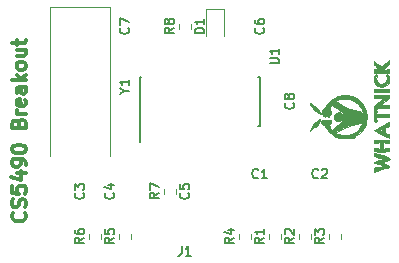
<source format=gto>
G04 #@! TF.GenerationSoftware,KiCad,Pcbnew,(2018-02-15 revision 29b28de31)-makepkg*
G04 #@! TF.CreationDate,2018-12-22T18:26:03+03:00*
G04 #@! TF.ProjectId,CS5490_Breakout,4353353439305F427265616B6F75742E,rev?*
G04 #@! TF.SameCoordinates,Original*
G04 #@! TF.FileFunction,Legend,Top*
G04 #@! TF.FilePolarity,Positive*
%FSLAX46Y46*%
G04 Gerber Fmt 4.6, Leading zero omitted, Abs format (unit mm)*
G04 Created by KiCad (PCBNEW (2018-02-15 revision 29b28de31)-makepkg) date 12/22/18 18:26:03*
%MOMM*%
%LPD*%
G01*
G04 APERTURE LIST*
%ADD10C,0.300000*%
%ADD11C,0.010000*%
%ADD12C,0.120000*%
%ADD13C,0.150000*%
%ADD14C,0.200000*%
G04 APERTURE END LIST*
D10*
X136318571Y-117375714D02*
X136375714Y-117432857D01*
X136432857Y-117604285D01*
X136432857Y-117718571D01*
X136375714Y-117890000D01*
X136261428Y-118004285D01*
X136147142Y-118061428D01*
X135918571Y-118118571D01*
X135747142Y-118118571D01*
X135518571Y-118061428D01*
X135404285Y-118004285D01*
X135290000Y-117890000D01*
X135232857Y-117718571D01*
X135232857Y-117604285D01*
X135290000Y-117432857D01*
X135347142Y-117375714D01*
X136375714Y-116918571D02*
X136432857Y-116747142D01*
X136432857Y-116461428D01*
X136375714Y-116347142D01*
X136318571Y-116290000D01*
X136204285Y-116232857D01*
X136090000Y-116232857D01*
X135975714Y-116290000D01*
X135918571Y-116347142D01*
X135861428Y-116461428D01*
X135804285Y-116690000D01*
X135747142Y-116804285D01*
X135690000Y-116861428D01*
X135575714Y-116918571D01*
X135461428Y-116918571D01*
X135347142Y-116861428D01*
X135290000Y-116804285D01*
X135232857Y-116690000D01*
X135232857Y-116404285D01*
X135290000Y-116232857D01*
X135232857Y-115147142D02*
X135232857Y-115718571D01*
X135804285Y-115775714D01*
X135747142Y-115718571D01*
X135690000Y-115604285D01*
X135690000Y-115318571D01*
X135747142Y-115204285D01*
X135804285Y-115147142D01*
X135918571Y-115090000D01*
X136204285Y-115090000D01*
X136318571Y-115147142D01*
X136375714Y-115204285D01*
X136432857Y-115318571D01*
X136432857Y-115604285D01*
X136375714Y-115718571D01*
X136318571Y-115775714D01*
X135632857Y-114061428D02*
X136432857Y-114061428D01*
X135175714Y-114347142D02*
X136032857Y-114632857D01*
X136032857Y-113890000D01*
X136432857Y-113375714D02*
X136432857Y-113147142D01*
X136375714Y-113032857D01*
X136318571Y-112975714D01*
X136147142Y-112861428D01*
X135918571Y-112804285D01*
X135461428Y-112804285D01*
X135347142Y-112861428D01*
X135290000Y-112918571D01*
X135232857Y-113032857D01*
X135232857Y-113261428D01*
X135290000Y-113375714D01*
X135347142Y-113432857D01*
X135461428Y-113490000D01*
X135747142Y-113490000D01*
X135861428Y-113432857D01*
X135918571Y-113375714D01*
X135975714Y-113261428D01*
X135975714Y-113032857D01*
X135918571Y-112918571D01*
X135861428Y-112861428D01*
X135747142Y-112804285D01*
X135232857Y-112061428D02*
X135232857Y-111947142D01*
X135290000Y-111832857D01*
X135347142Y-111775714D01*
X135461428Y-111718571D01*
X135690000Y-111661428D01*
X135975714Y-111661428D01*
X136204285Y-111718571D01*
X136318571Y-111775714D01*
X136375714Y-111832857D01*
X136432857Y-111947142D01*
X136432857Y-112061428D01*
X136375714Y-112175714D01*
X136318571Y-112232857D01*
X136204285Y-112290000D01*
X135975714Y-112347142D01*
X135690000Y-112347142D01*
X135461428Y-112290000D01*
X135347142Y-112232857D01*
X135290000Y-112175714D01*
X135232857Y-112061428D01*
X135804285Y-109832857D02*
X135861428Y-109661428D01*
X135918571Y-109604285D01*
X136032857Y-109547142D01*
X136204285Y-109547142D01*
X136318571Y-109604285D01*
X136375714Y-109661428D01*
X136432857Y-109775714D01*
X136432857Y-110232857D01*
X135232857Y-110232857D01*
X135232857Y-109832857D01*
X135290000Y-109718571D01*
X135347142Y-109661428D01*
X135461428Y-109604285D01*
X135575714Y-109604285D01*
X135690000Y-109661428D01*
X135747142Y-109718571D01*
X135804285Y-109832857D01*
X135804285Y-110232857D01*
X136432857Y-109032857D02*
X135632857Y-109032857D01*
X135861428Y-109032857D02*
X135747142Y-108975714D01*
X135690000Y-108918571D01*
X135632857Y-108804285D01*
X135632857Y-108690000D01*
X136375714Y-107832857D02*
X136432857Y-107947142D01*
X136432857Y-108175714D01*
X136375714Y-108290000D01*
X136261428Y-108347142D01*
X135804285Y-108347142D01*
X135690000Y-108290000D01*
X135632857Y-108175714D01*
X135632857Y-107947142D01*
X135690000Y-107832857D01*
X135804285Y-107775714D01*
X135918571Y-107775714D01*
X136032857Y-108347142D01*
X136432857Y-106747142D02*
X135804285Y-106747142D01*
X135690000Y-106804285D01*
X135632857Y-106918571D01*
X135632857Y-107147142D01*
X135690000Y-107261428D01*
X136375714Y-106747142D02*
X136432857Y-106861428D01*
X136432857Y-107147142D01*
X136375714Y-107261428D01*
X136261428Y-107318571D01*
X136147142Y-107318571D01*
X136032857Y-107261428D01*
X135975714Y-107147142D01*
X135975714Y-106861428D01*
X135918571Y-106747142D01*
X136432857Y-106175714D02*
X135232857Y-106175714D01*
X135975714Y-106061428D02*
X136432857Y-105718571D01*
X135632857Y-105718571D02*
X136090000Y-106175714D01*
X136432857Y-105032857D02*
X136375714Y-105147142D01*
X136318571Y-105204285D01*
X136204285Y-105261428D01*
X135861428Y-105261428D01*
X135747142Y-105204285D01*
X135690000Y-105147142D01*
X135632857Y-105032857D01*
X135632857Y-104861428D01*
X135690000Y-104747142D01*
X135747142Y-104690000D01*
X135861428Y-104632857D01*
X136204285Y-104632857D01*
X136318571Y-104690000D01*
X136375714Y-104747142D01*
X136432857Y-104861428D01*
X136432857Y-105032857D01*
X135632857Y-103604285D02*
X136432857Y-103604285D01*
X135632857Y-104118571D02*
X136261428Y-104118571D01*
X136375714Y-104061428D01*
X136432857Y-103947142D01*
X136432857Y-103775714D01*
X136375714Y-103661428D01*
X136318571Y-103604285D01*
X135632857Y-103204285D02*
X135632857Y-102747142D01*
X135232857Y-103032857D02*
X136261428Y-103032857D01*
X136375714Y-102975714D01*
X136432857Y-102861428D01*
X136432857Y-102747142D01*
D11*
G36*
X165880986Y-112359967D02*
X165962220Y-112347412D01*
X166004875Y-112358411D01*
X166131354Y-112393829D01*
X166341273Y-112451098D01*
X166595312Y-112519515D01*
X166671625Y-112539914D01*
X166973069Y-112632672D01*
X167149439Y-112718898D01*
X167202245Y-112802272D01*
X167133001Y-112886477D01*
X166943220Y-112975194D01*
X166862125Y-113003532D01*
X166528750Y-113114270D01*
X166846250Y-113220455D01*
X167075617Y-113316008D01*
X167178071Y-113407310D01*
X167153590Y-113495109D01*
X167002154Y-113580155D01*
X166834460Y-113634639D01*
X166573171Y-113709523D01*
X166310099Y-113788487D01*
X166184063Y-113828100D01*
X166013617Y-113881910D01*
X165902631Y-113914518D01*
X165882438Y-113919000D01*
X165867124Y-113864426D01*
X165862000Y-113758258D01*
X165870694Y-113659541D01*
X165914640Y-113596950D01*
X166020629Y-113555896D01*
X166215454Y-113521792D01*
X166323604Y-113506916D01*
X166491535Y-113473461D01*
X166585060Y-113432961D01*
X166592305Y-113411090D01*
X166516966Y-113364699D01*
X166357402Y-113301852D01*
X166201611Y-113252180D01*
X166021931Y-113190187D01*
X165914832Y-113133690D01*
X165901159Y-113100487D01*
X165987822Y-113056589D01*
X166156456Y-112990979D01*
X166333701Y-112930097D01*
X166710152Y-112807750D01*
X166286076Y-112714280D01*
X166059966Y-112659798D01*
X165931957Y-112611181D01*
X165874989Y-112552760D01*
X165862000Y-112468868D01*
X165862000Y-112468749D01*
X165880986Y-112359967D01*
X165880986Y-112359967D01*
G37*
X165880986Y-112359967D02*
X165962220Y-112347412D01*
X166004875Y-112358411D01*
X166131354Y-112393829D01*
X166341273Y-112451098D01*
X166595312Y-112519515D01*
X166671625Y-112539914D01*
X166973069Y-112632672D01*
X167149439Y-112718898D01*
X167202245Y-112802272D01*
X167133001Y-112886477D01*
X166943220Y-112975194D01*
X166862125Y-113003532D01*
X166528750Y-113114270D01*
X166846250Y-113220455D01*
X167075617Y-113316008D01*
X167178071Y-113407310D01*
X167153590Y-113495109D01*
X167002154Y-113580155D01*
X166834460Y-113634639D01*
X166573171Y-113709523D01*
X166310099Y-113788487D01*
X166184063Y-113828100D01*
X166013617Y-113881910D01*
X165902631Y-113914518D01*
X165882438Y-113919000D01*
X165867124Y-113864426D01*
X165862000Y-113758258D01*
X165870694Y-113659541D01*
X165914640Y-113596950D01*
X166020629Y-113555896D01*
X166215454Y-113521792D01*
X166323604Y-113506916D01*
X166491535Y-113473461D01*
X166585060Y-113432961D01*
X166592305Y-113411090D01*
X166516966Y-113364699D01*
X166357402Y-113301852D01*
X166201611Y-113252180D01*
X166021931Y-113190187D01*
X165914832Y-113133690D01*
X165901159Y-113100487D01*
X165987822Y-113056589D01*
X166156456Y-112990979D01*
X166333701Y-112930097D01*
X166710152Y-112807750D01*
X166286076Y-112714280D01*
X166059966Y-112659798D01*
X165931957Y-112611181D01*
X165874989Y-112552760D01*
X165862000Y-112468868D01*
X165862000Y-112468749D01*
X165880986Y-112359967D01*
G36*
X165866458Y-111272282D02*
X165894917Y-111228744D01*
X165970000Y-111203715D01*
X166114331Y-111192071D01*
X166350534Y-111188692D01*
X166528750Y-111188500D01*
X166825433Y-111189510D01*
X167017741Y-111195953D01*
X167128298Y-111212951D01*
X167179727Y-111245627D01*
X167194653Y-111299103D01*
X167195500Y-111339450D01*
X167185299Y-111430942D01*
X167132216Y-111469081D01*
X167002524Y-111467881D01*
X166909750Y-111458192D01*
X166624000Y-111425984D01*
X166624000Y-111967017D01*
X166909750Y-111934809D01*
X167085121Y-111920430D01*
X167168645Y-111939058D01*
X167194046Y-112004705D01*
X167195500Y-112053551D01*
X167191041Y-112120719D01*
X167162582Y-112164257D01*
X167087499Y-112189286D01*
X166943168Y-112200930D01*
X166706965Y-112204309D01*
X166528750Y-112204500D01*
X166232066Y-112203491D01*
X166039758Y-112197048D01*
X165929201Y-112180050D01*
X165877772Y-112147374D01*
X165862846Y-112093898D01*
X165862000Y-112053551D01*
X165872200Y-111962059D01*
X165925283Y-111923920D01*
X166054975Y-111925120D01*
X166147750Y-111934809D01*
X166433500Y-111967017D01*
X166433500Y-111425984D01*
X166147750Y-111458192D01*
X165972378Y-111472571D01*
X165888854Y-111453943D01*
X165863453Y-111388296D01*
X165862000Y-111339450D01*
X165866458Y-111272282D01*
X165866458Y-111272282D01*
G37*
X165866458Y-111272282D02*
X165894917Y-111228744D01*
X165970000Y-111203715D01*
X166114331Y-111192071D01*
X166350534Y-111188692D01*
X166528750Y-111188500D01*
X166825433Y-111189510D01*
X167017741Y-111195953D01*
X167128298Y-111212951D01*
X167179727Y-111245627D01*
X167194653Y-111299103D01*
X167195500Y-111339450D01*
X167185299Y-111430942D01*
X167132216Y-111469081D01*
X167002524Y-111467881D01*
X166909750Y-111458192D01*
X166624000Y-111425984D01*
X166624000Y-111967017D01*
X166909750Y-111934809D01*
X167085121Y-111920430D01*
X167168645Y-111939058D01*
X167194046Y-112004705D01*
X167195500Y-112053551D01*
X167191041Y-112120719D01*
X167162582Y-112164257D01*
X167087499Y-112189286D01*
X166943168Y-112200930D01*
X166706965Y-112204309D01*
X166528750Y-112204500D01*
X166232066Y-112203491D01*
X166039758Y-112197048D01*
X165929201Y-112180050D01*
X165877772Y-112147374D01*
X165862846Y-112093898D01*
X165862000Y-112053551D01*
X165872200Y-111962059D01*
X165925283Y-111923920D01*
X166054975Y-111925120D01*
X166147750Y-111934809D01*
X166433500Y-111967017D01*
X166433500Y-111425984D01*
X166147750Y-111458192D01*
X165972378Y-111472571D01*
X165888854Y-111453943D01*
X165863453Y-111388296D01*
X165862000Y-111339450D01*
X165866458Y-111272282D01*
G36*
X165954131Y-110341452D02*
X166113140Y-110259022D01*
X166337192Y-110147622D01*
X166558692Y-110040307D01*
X167195500Y-109735165D01*
X167195500Y-109914145D01*
X167173007Y-110046971D01*
X167079950Y-110112367D01*
X167001118Y-110132002D01*
X166874022Y-110169458D01*
X166824643Y-110241008D01*
X166825127Y-110390564D01*
X166826493Y-110407306D01*
X166857228Y-110573572D01*
X166930291Y-110655150D01*
X167005000Y-110680504D01*
X167135275Y-110753056D01*
X167184510Y-110896307D01*
X167183725Y-111015182D01*
X167152760Y-111049212D01*
X167077108Y-111012393D01*
X166912866Y-110932901D01*
X166685841Y-110823214D01*
X166504749Y-110735815D01*
X166504749Y-110485854D01*
X166557735Y-110434931D01*
X166560500Y-110400695D01*
X166513959Y-110338527D01*
X166428132Y-110346005D01*
X166343053Y-110383634D01*
X166375513Y-110431111D01*
X166380507Y-110434338D01*
X166504749Y-110485854D01*
X166504749Y-110735815D01*
X166474242Y-110721091D01*
X166225871Y-110596648D01*
X166031069Y-110490130D01*
X165911437Y-110413958D01*
X165885060Y-110382273D01*
X165954131Y-110341452D01*
X165954131Y-110341452D01*
G37*
X165954131Y-110341452D02*
X166113140Y-110259022D01*
X166337192Y-110147622D01*
X166558692Y-110040307D01*
X167195500Y-109735165D01*
X167195500Y-109914145D01*
X167173007Y-110046971D01*
X167079950Y-110112367D01*
X167001118Y-110132002D01*
X166874022Y-110169458D01*
X166824643Y-110241008D01*
X166825127Y-110390564D01*
X166826493Y-110407306D01*
X166857228Y-110573572D01*
X166930291Y-110655150D01*
X167005000Y-110680504D01*
X167135275Y-110753056D01*
X167184510Y-110896307D01*
X167183725Y-111015182D01*
X167152760Y-111049212D01*
X167077108Y-111012393D01*
X166912866Y-110932901D01*
X166685841Y-110823214D01*
X166504749Y-110735815D01*
X166504749Y-110485854D01*
X166557735Y-110434931D01*
X166560500Y-110400695D01*
X166513959Y-110338527D01*
X166428132Y-110346005D01*
X166343053Y-110383634D01*
X166375513Y-110431111D01*
X166380507Y-110434338D01*
X166504749Y-110485854D01*
X166504749Y-110735815D01*
X166474242Y-110721091D01*
X166225871Y-110596648D01*
X166031069Y-110490130D01*
X165911437Y-110413958D01*
X165885060Y-110382273D01*
X165954131Y-110341452D01*
G36*
X166306500Y-108017929D02*
X166505835Y-107865785D01*
X166658921Y-107741482D01*
X166742356Y-107664356D01*
X166751000Y-107650738D01*
X166693142Y-107637560D01*
X166540826Y-107637246D01*
X166325933Y-107649752D01*
X166306500Y-107651346D01*
X166074562Y-107668485D01*
X165941584Y-107666989D01*
X165880128Y-107640567D01*
X165862753Y-107582926D01*
X165862000Y-107549431D01*
X165868103Y-107487459D01*
X165901469Y-107447283D01*
X165984678Y-107424189D01*
X166140314Y-107413464D01*
X166390957Y-107410392D01*
X166528750Y-107410250D01*
X166825908Y-107411709D01*
X167018594Y-107419053D01*
X167129328Y-107436738D01*
X167180628Y-107469216D01*
X167195014Y-107520942D01*
X167195500Y-107542118D01*
X167138495Y-107665545D01*
X166966297Y-107832807D01*
X166807115Y-107954868D01*
X166418731Y-108235750D01*
X166807115Y-108254656D01*
X167023639Y-108270403D01*
X167141483Y-108297787D01*
X167188959Y-108347224D01*
X167195500Y-108397531D01*
X167185179Y-108456643D01*
X167138102Y-108493310D01*
X167030094Y-108512810D01*
X166836983Y-108520420D01*
X166627747Y-108521500D01*
X166308493Y-108532417D01*
X166095206Y-108563849D01*
X165993820Y-108613822D01*
X166010272Y-108680361D01*
X166053470Y-108712600D01*
X166104591Y-108807412D01*
X166099300Y-108896001D01*
X166089458Y-108959453D01*
X166115699Y-108998767D01*
X166200926Y-109019706D01*
X166368039Y-109028029D01*
X166629944Y-109029500D01*
X166898854Y-109030986D01*
X167065315Y-109039806D01*
X167153877Y-109062506D01*
X167189087Y-109105629D01*
X167195495Y-109175721D01*
X167195500Y-109180278D01*
X167191138Y-109251129D01*
X167161867Y-109293732D01*
X167083406Y-109313056D01*
X166931472Y-109314074D01*
X166681786Y-109301754D01*
X166619421Y-109298209D01*
X166043342Y-109265363D01*
X166085930Y-109492373D01*
X166106924Y-109640014D01*
X166083714Y-109694543D01*
X166001994Y-109686278D01*
X165995258Y-109684536D01*
X165935101Y-109660113D01*
X165896379Y-109608676D01*
X165874413Y-109506151D01*
X165864522Y-109328462D01*
X165862026Y-109051535D01*
X165862000Y-108999075D01*
X165862000Y-108348463D01*
X166306500Y-108017929D01*
X166306500Y-108017929D01*
G37*
X166306500Y-108017929D02*
X166505835Y-107865785D01*
X166658921Y-107741482D01*
X166742356Y-107664356D01*
X166751000Y-107650738D01*
X166693142Y-107637560D01*
X166540826Y-107637246D01*
X166325933Y-107649752D01*
X166306500Y-107651346D01*
X166074562Y-107668485D01*
X165941584Y-107666989D01*
X165880128Y-107640567D01*
X165862753Y-107582926D01*
X165862000Y-107549431D01*
X165868103Y-107487459D01*
X165901469Y-107447283D01*
X165984678Y-107424189D01*
X166140314Y-107413464D01*
X166390957Y-107410392D01*
X166528750Y-107410250D01*
X166825908Y-107411709D01*
X167018594Y-107419053D01*
X167129328Y-107436738D01*
X167180628Y-107469216D01*
X167195014Y-107520942D01*
X167195500Y-107542118D01*
X167138495Y-107665545D01*
X166966297Y-107832807D01*
X166807115Y-107954868D01*
X166418731Y-108235750D01*
X166807115Y-108254656D01*
X167023639Y-108270403D01*
X167141483Y-108297787D01*
X167188959Y-108347224D01*
X167195500Y-108397531D01*
X167185179Y-108456643D01*
X167138102Y-108493310D01*
X167030094Y-108512810D01*
X166836983Y-108520420D01*
X166627747Y-108521500D01*
X166308493Y-108532417D01*
X166095206Y-108563849D01*
X165993820Y-108613822D01*
X166010272Y-108680361D01*
X166053470Y-108712600D01*
X166104591Y-108807412D01*
X166099300Y-108896001D01*
X166089458Y-108959453D01*
X166115699Y-108998767D01*
X166200926Y-109019706D01*
X166368039Y-109028029D01*
X166629944Y-109029500D01*
X166898854Y-109030986D01*
X167065315Y-109039806D01*
X167153877Y-109062506D01*
X167189087Y-109105629D01*
X167195495Y-109175721D01*
X167195500Y-109180278D01*
X167191138Y-109251129D01*
X167161867Y-109293732D01*
X167083406Y-109313056D01*
X166931472Y-109314074D01*
X166681786Y-109301754D01*
X166619421Y-109298209D01*
X166043342Y-109265363D01*
X166085930Y-109492373D01*
X166106924Y-109640014D01*
X166083714Y-109694543D01*
X166001994Y-109686278D01*
X165995258Y-109684536D01*
X165935101Y-109660113D01*
X165896379Y-109608676D01*
X165874413Y-109506151D01*
X165864522Y-109328462D01*
X165862026Y-109051535D01*
X165862000Y-108999075D01*
X165862000Y-108348463D01*
X166306500Y-108017929D01*
G36*
X165867540Y-106981528D02*
X165899230Y-106940301D01*
X165979670Y-106916601D01*
X166131462Y-106905586D01*
X166377207Y-106902411D01*
X166528750Y-106902250D01*
X166825539Y-106903438D01*
X167017932Y-106910228D01*
X167128531Y-106927466D01*
X167179936Y-106959992D01*
X167194749Y-107012652D01*
X167195500Y-107045125D01*
X167189959Y-107108723D01*
X167158269Y-107149950D01*
X167077829Y-107173650D01*
X166926037Y-107184665D01*
X166680292Y-107187840D01*
X166528750Y-107188000D01*
X166231960Y-107186813D01*
X166039567Y-107180023D01*
X165928968Y-107162785D01*
X165877563Y-107130259D01*
X165862750Y-107077599D01*
X165862000Y-107045125D01*
X165867540Y-106981528D01*
X165867540Y-106981528D01*
G37*
X165867540Y-106981528D02*
X165899230Y-106940301D01*
X165979670Y-106916601D01*
X166131462Y-106905586D01*
X166377207Y-106902411D01*
X166528750Y-106902250D01*
X166825539Y-106903438D01*
X167017932Y-106910228D01*
X167128531Y-106927466D01*
X167179936Y-106959992D01*
X167194749Y-107012652D01*
X167195500Y-107045125D01*
X167189959Y-107108723D01*
X167158269Y-107149950D01*
X167077829Y-107173650D01*
X166926037Y-107184665D01*
X166680292Y-107187840D01*
X166528750Y-107188000D01*
X166231960Y-107186813D01*
X166039567Y-107180023D01*
X165928968Y-107162785D01*
X165877563Y-107130259D01*
X165862750Y-107077599D01*
X165862000Y-107045125D01*
X165867540Y-106981528D01*
G36*
X165885656Y-105829311D02*
X165956785Y-105703655D01*
X166060503Y-105664000D01*
X166154778Y-105687267D01*
X166147046Y-105773526D01*
X166146377Y-105775125D01*
X166082206Y-106037580D01*
X166122299Y-106247894D01*
X166258211Y-106390671D01*
X166481495Y-106450514D01*
X166517410Y-106451400D01*
X166761644Y-106401820D01*
X166928107Y-106269018D01*
X167001833Y-106076906D01*
X166967857Y-105849394D01*
X166936555Y-105781761D01*
X166901041Y-105688578D01*
X166957873Y-105668316D01*
X167015930Y-105674811D01*
X167104046Y-105702353D01*
X167152134Y-105775121D01*
X167175955Y-105926516D01*
X167182928Y-106028708D01*
X167185098Y-106241998D01*
X167151319Y-106380824D01*
X167067372Y-106495850D01*
X167045522Y-106518250D01*
X166800243Y-106688088D01*
X166534765Y-106734489D01*
X166260361Y-106657058D01*
X166096928Y-106551629D01*
X165972413Y-106403180D01*
X165894805Y-106211616D01*
X165865441Y-106009479D01*
X165885656Y-105829311D01*
X165885656Y-105829311D01*
G37*
X165885656Y-105829311D02*
X165956785Y-105703655D01*
X166060503Y-105664000D01*
X166154778Y-105687267D01*
X166147046Y-105773526D01*
X166146377Y-105775125D01*
X166082206Y-106037580D01*
X166122299Y-106247894D01*
X166258211Y-106390671D01*
X166481495Y-106450514D01*
X166517410Y-106451400D01*
X166761644Y-106401820D01*
X166928107Y-106269018D01*
X167001833Y-106076906D01*
X166967857Y-105849394D01*
X166936555Y-105781761D01*
X166901041Y-105688578D01*
X166957873Y-105668316D01*
X167015930Y-105674811D01*
X167104046Y-105702353D01*
X167152134Y-105775121D01*
X167175955Y-105926516D01*
X167182928Y-106028708D01*
X167185098Y-106241998D01*
X167151319Y-106380824D01*
X167067372Y-106495850D01*
X167045522Y-106518250D01*
X166800243Y-106688088D01*
X166534765Y-106734489D01*
X166260361Y-106657058D01*
X166096928Y-106551629D01*
X165972413Y-106403180D01*
X165894805Y-106211616D01*
X165865441Y-106009479D01*
X165885656Y-105829311D01*
G36*
X165870658Y-105271406D02*
X165919720Y-105231274D01*
X166043813Y-105236411D01*
X166131875Y-105249040D01*
X166401750Y-105289743D01*
X166179500Y-105097580D01*
X166037390Y-104982560D01*
X165933938Y-104912974D01*
X165909625Y-104903709D01*
X165876504Y-104847063D01*
X165862024Y-104712463D01*
X165862000Y-104706104D01*
X165862000Y-104510207D01*
X166156898Y-104769787D01*
X166341371Y-104914342D01*
X166473231Y-104980837D01*
X166522023Y-104977044D01*
X166607057Y-104911092D01*
X166755263Y-104793944D01*
X166893875Y-104683461D01*
X167195500Y-104442202D01*
X167195500Y-104635172D01*
X167166585Y-104788489D01*
X167059291Y-104907912D01*
X166980388Y-104961089D01*
X166817088Y-105074857D01*
X166692645Y-105183378D01*
X166678763Y-105199017D01*
X166638698Y-105260091D01*
X166668415Y-105283684D01*
X166790039Y-105276375D01*
X166893875Y-105262965D01*
X167075072Y-105242573D01*
X167163769Y-105254755D01*
X167192902Y-105312230D01*
X167195500Y-105379465D01*
X167195500Y-105537000D01*
X165862000Y-105537000D01*
X165862000Y-105372669D01*
X165870658Y-105271406D01*
X165870658Y-105271406D01*
G37*
X165870658Y-105271406D02*
X165919720Y-105231274D01*
X166043813Y-105236411D01*
X166131875Y-105249040D01*
X166401750Y-105289743D01*
X166179500Y-105097580D01*
X166037390Y-104982560D01*
X165933938Y-104912974D01*
X165909625Y-104903709D01*
X165876504Y-104847063D01*
X165862024Y-104712463D01*
X165862000Y-104706104D01*
X165862000Y-104510207D01*
X166156898Y-104769787D01*
X166341371Y-104914342D01*
X166473231Y-104980837D01*
X166522023Y-104977044D01*
X166607057Y-104911092D01*
X166755263Y-104793944D01*
X166893875Y-104683461D01*
X167195500Y-104442202D01*
X167195500Y-104635172D01*
X167166585Y-104788489D01*
X167059291Y-104907912D01*
X166980388Y-104961089D01*
X166817088Y-105074857D01*
X166692645Y-105183378D01*
X166678763Y-105199017D01*
X166638698Y-105260091D01*
X166668415Y-105283684D01*
X166790039Y-105276375D01*
X166893875Y-105262965D01*
X167075072Y-105242573D01*
X167163769Y-105254755D01*
X167192902Y-105312230D01*
X167195500Y-105379465D01*
X167195500Y-105537000D01*
X165862000Y-105537000D01*
X165862000Y-105372669D01*
X165870658Y-105271406D01*
G36*
X161436447Y-109602034D02*
X161550933Y-109554221D01*
X161773977Y-109538210D01*
X161865779Y-109537500D01*
X162098501Y-109539576D01*
X162229031Y-109551622D01*
X162282172Y-109582369D01*
X162282724Y-109640545D01*
X162271714Y-109680375D01*
X162200279Y-109835577D01*
X162143568Y-109913099D01*
X162097097Y-109992474D01*
X162125319Y-110089612D01*
X162186255Y-110182690D01*
X162314243Y-110362433D01*
X162817511Y-109979327D01*
X163123070Y-109725609D01*
X163312834Y-109506868D01*
X163386754Y-109306733D01*
X163344776Y-109108838D01*
X163186850Y-108896812D01*
X162912926Y-108654288D01*
X162813118Y-108576928D01*
X162590562Y-108409956D01*
X162444640Y-108310799D01*
X162351480Y-108269629D01*
X162287214Y-108276621D01*
X162227971Y-108321949D01*
X162217667Y-108331808D01*
X162146522Y-108412546D01*
X162130898Y-108494163D01*
X162168831Y-108624003D01*
X162202038Y-108708745D01*
X162262011Y-108873704D01*
X162269334Y-108959143D01*
X162225077Y-109000624D01*
X162210995Y-109006443D01*
X162130474Y-109093124D01*
X162115500Y-109163294D01*
X162073921Y-109262459D01*
X162020250Y-109283500D01*
X161942678Y-109230561D01*
X161925000Y-109156500D01*
X161898407Y-109053315D01*
X161861500Y-109029500D01*
X161809907Y-109082685D01*
X161798000Y-109156500D01*
X161758295Y-109259929D01*
X161702750Y-109283500D01*
X161625178Y-109230561D01*
X161607500Y-109156500D01*
X161564894Y-109050846D01*
X161505366Y-109029500D01*
X161437752Y-108984989D01*
X161441888Y-108869972D01*
X161509088Y-108712223D01*
X161630666Y-108539516D01*
X161673435Y-108492086D01*
X161824822Y-108328143D01*
X162004094Y-108127138D01*
X162093121Y-108024777D01*
X162430580Y-107719772D01*
X162812713Y-107520857D01*
X163221202Y-107423847D01*
X163637728Y-107424555D01*
X164043975Y-107518795D01*
X164421624Y-107702379D01*
X164752357Y-107971122D01*
X165017858Y-108320837D01*
X165195875Y-108733917D01*
X165279995Y-109212818D01*
X165240635Y-109677288D01*
X165197172Y-109840917D01*
X165004308Y-110251295D01*
X164703384Y-110614305D01*
X164309904Y-110911924D01*
X164242750Y-110950424D01*
X164079573Y-111025062D01*
X163898742Y-111068605D01*
X163659374Y-111088338D01*
X163449000Y-111091858D01*
X163209923Y-111074427D01*
X163209923Y-110798965D01*
X163602634Y-110794046D01*
X163988645Y-110701271D01*
X164334094Y-110529082D01*
X164605116Y-110285920D01*
X164621981Y-110264424D01*
X164838873Y-109883842D01*
X164947196Y-109468775D01*
X164945019Y-109045185D01*
X164830410Y-108639036D01*
X164754019Y-108489601D01*
X164496477Y-108164056D01*
X164168254Y-107922953D01*
X163793923Y-107774047D01*
X163398056Y-107725091D01*
X163005226Y-107783841D01*
X162789680Y-107869706D01*
X162606611Y-107961995D01*
X162884930Y-108120924D01*
X163270147Y-108332455D01*
X163589877Y-108485764D01*
X163881923Y-108596522D01*
X164184093Y-108680395D01*
X164295258Y-108705443D01*
X164548257Y-108762516D01*
X164704462Y-108810425D01*
X164791654Y-108864698D01*
X164837617Y-108940863D01*
X164861855Y-109022122D01*
X164884139Y-109222864D01*
X164870215Y-109451725D01*
X164863463Y-109490586D01*
X164811615Y-109752761D01*
X164373820Y-109833561D01*
X164010485Y-109929249D01*
X163592791Y-110085359D01*
X163165781Y-110283271D01*
X162820747Y-110475586D01*
X162605244Y-110607669D01*
X162844377Y-110707585D01*
X163209923Y-110798965D01*
X163209923Y-111074427D01*
X162993722Y-111058663D01*
X162622198Y-110949544D01*
X162309394Y-110754109D01*
X162080568Y-110523840D01*
X161917405Y-110330661D01*
X161756581Y-110141627D01*
X161701413Y-110077250D01*
X161515979Y-109849452D01*
X161426226Y-109695745D01*
X161436447Y-109602034D01*
X161436447Y-109602034D01*
G37*
X161436447Y-109602034D02*
X161550933Y-109554221D01*
X161773977Y-109538210D01*
X161865779Y-109537500D01*
X162098501Y-109539576D01*
X162229031Y-109551622D01*
X162282172Y-109582369D01*
X162282724Y-109640545D01*
X162271714Y-109680375D01*
X162200279Y-109835577D01*
X162143568Y-109913099D01*
X162097097Y-109992474D01*
X162125319Y-110089612D01*
X162186255Y-110182690D01*
X162314243Y-110362433D01*
X162817511Y-109979327D01*
X163123070Y-109725609D01*
X163312834Y-109506868D01*
X163386754Y-109306733D01*
X163344776Y-109108838D01*
X163186850Y-108896812D01*
X162912926Y-108654288D01*
X162813118Y-108576928D01*
X162590562Y-108409956D01*
X162444640Y-108310799D01*
X162351480Y-108269629D01*
X162287214Y-108276621D01*
X162227971Y-108321949D01*
X162217667Y-108331808D01*
X162146522Y-108412546D01*
X162130898Y-108494163D01*
X162168831Y-108624003D01*
X162202038Y-108708745D01*
X162262011Y-108873704D01*
X162269334Y-108959143D01*
X162225077Y-109000624D01*
X162210995Y-109006443D01*
X162130474Y-109093124D01*
X162115500Y-109163294D01*
X162073921Y-109262459D01*
X162020250Y-109283500D01*
X161942678Y-109230561D01*
X161925000Y-109156500D01*
X161898407Y-109053315D01*
X161861500Y-109029500D01*
X161809907Y-109082685D01*
X161798000Y-109156500D01*
X161758295Y-109259929D01*
X161702750Y-109283500D01*
X161625178Y-109230561D01*
X161607500Y-109156500D01*
X161564894Y-109050846D01*
X161505366Y-109029500D01*
X161437752Y-108984989D01*
X161441888Y-108869972D01*
X161509088Y-108712223D01*
X161630666Y-108539516D01*
X161673435Y-108492086D01*
X161824822Y-108328143D01*
X162004094Y-108127138D01*
X162093121Y-108024777D01*
X162430580Y-107719772D01*
X162812713Y-107520857D01*
X163221202Y-107423847D01*
X163637728Y-107424555D01*
X164043975Y-107518795D01*
X164421624Y-107702379D01*
X164752357Y-107971122D01*
X165017858Y-108320837D01*
X165195875Y-108733917D01*
X165279995Y-109212818D01*
X165240635Y-109677288D01*
X165197172Y-109840917D01*
X165004308Y-110251295D01*
X164703384Y-110614305D01*
X164309904Y-110911924D01*
X164242750Y-110950424D01*
X164079573Y-111025062D01*
X163898742Y-111068605D01*
X163659374Y-111088338D01*
X163449000Y-111091858D01*
X163209923Y-111074427D01*
X163209923Y-110798965D01*
X163602634Y-110794046D01*
X163988645Y-110701271D01*
X164334094Y-110529082D01*
X164605116Y-110285920D01*
X164621981Y-110264424D01*
X164838873Y-109883842D01*
X164947196Y-109468775D01*
X164945019Y-109045185D01*
X164830410Y-108639036D01*
X164754019Y-108489601D01*
X164496477Y-108164056D01*
X164168254Y-107922953D01*
X163793923Y-107774047D01*
X163398056Y-107725091D01*
X163005226Y-107783841D01*
X162789680Y-107869706D01*
X162606611Y-107961995D01*
X162884930Y-108120924D01*
X163270147Y-108332455D01*
X163589877Y-108485764D01*
X163881923Y-108596522D01*
X164184093Y-108680395D01*
X164295258Y-108705443D01*
X164548257Y-108762516D01*
X164704462Y-108810425D01*
X164791654Y-108864698D01*
X164837617Y-108940863D01*
X164861855Y-109022122D01*
X164884139Y-109222864D01*
X164870215Y-109451725D01*
X164863463Y-109490586D01*
X164811615Y-109752761D01*
X164373820Y-109833561D01*
X164010485Y-109929249D01*
X163592791Y-110085359D01*
X163165781Y-110283271D01*
X162820747Y-110475586D01*
X162605244Y-110607669D01*
X162844377Y-110707585D01*
X163209923Y-110798965D01*
X163209923Y-111074427D01*
X162993722Y-111058663D01*
X162622198Y-110949544D01*
X162309394Y-110754109D01*
X162080568Y-110523840D01*
X161917405Y-110330661D01*
X161756581Y-110141627D01*
X161701413Y-110077250D01*
X161515979Y-109849452D01*
X161426226Y-109695745D01*
X161436447Y-109602034D01*
G36*
X162529818Y-109091753D02*
X162644325Y-108963372D01*
X162730467Y-108911998D01*
X162914860Y-108870996D01*
X163077096Y-108928163D01*
X163198867Y-109054723D01*
X163261867Y-109221903D01*
X163247789Y-109400929D01*
X163142374Y-109559409D01*
X162960547Y-109653383D01*
X162770893Y-109645282D01*
X162609214Y-109550703D01*
X162511311Y-109385238D01*
X162497472Y-109278500D01*
X162529818Y-109091753D01*
X162529818Y-109091753D01*
G37*
X162529818Y-109091753D02*
X162644325Y-108963372D01*
X162730467Y-108911998D01*
X162914860Y-108870996D01*
X163077096Y-108928163D01*
X163198867Y-109054723D01*
X163261867Y-109221903D01*
X163247789Y-109400929D01*
X163142374Y-109559409D01*
X162960547Y-109653383D01*
X162770893Y-109645282D01*
X162609214Y-109550703D01*
X162511311Y-109385238D01*
X162497472Y-109278500D01*
X162529818Y-109091753D01*
G36*
X160628002Y-110117461D02*
X160740484Y-109930143D01*
X160845778Y-109792906D01*
X160907252Y-109743028D01*
X161016957Y-109679054D01*
X161158681Y-109566364D01*
X161178875Y-109548062D01*
X161297216Y-109451627D01*
X161343115Y-109449645D01*
X161316393Y-109544906D01*
X161216867Y-109740202D01*
X161159872Y-109841309D01*
X161048534Y-110012145D01*
X160953253Y-110117398D01*
X160901308Y-110135997D01*
X160818434Y-110149863D01*
X160689987Y-110233620D01*
X160640465Y-110276689D01*
X160445752Y-110458250D01*
X160628002Y-110117461D01*
X160628002Y-110117461D01*
G37*
X160628002Y-110117461D02*
X160740484Y-109930143D01*
X160845778Y-109792906D01*
X160907252Y-109743028D01*
X161016957Y-109679054D01*
X161158681Y-109566364D01*
X161178875Y-109548062D01*
X161297216Y-109451627D01*
X161343115Y-109449645D01*
X161316393Y-109544906D01*
X161216867Y-109740202D01*
X161159872Y-109841309D01*
X161048534Y-110012145D01*
X160953253Y-110117398D01*
X160901308Y-110135997D01*
X160818434Y-110149863D01*
X160689987Y-110233620D01*
X160640465Y-110276689D01*
X160445752Y-110458250D01*
X160628002Y-110117461D01*
G36*
X160504812Y-108115979D02*
X160605546Y-108192410D01*
X160679612Y-108260582D01*
X160828105Y-108384692D01*
X160909676Y-108405109D01*
X160921865Y-108387653D01*
X160960684Y-108401757D01*
X161039359Y-108496472D01*
X161137882Y-108640400D01*
X161236245Y-108802147D01*
X161314442Y-108950317D01*
X161352466Y-109053512D01*
X161353500Y-109064985D01*
X161313820Y-109058556D01*
X161214002Y-108981255D01*
X161163662Y-108934885D01*
X161036809Y-108832135D01*
X160946026Y-108792255D01*
X160929206Y-108797627D01*
X160879427Y-108770012D01*
X160789342Y-108664280D01*
X160680950Y-108512980D01*
X160576250Y-108348662D01*
X160497240Y-108203876D01*
X160465934Y-108112169D01*
X160504812Y-108115979D01*
X160504812Y-108115979D01*
G37*
X160504812Y-108115979D02*
X160605546Y-108192410D01*
X160679612Y-108260582D01*
X160828105Y-108384692D01*
X160909676Y-108405109D01*
X160921865Y-108387653D01*
X160960684Y-108401757D01*
X161039359Y-108496472D01*
X161137882Y-108640400D01*
X161236245Y-108802147D01*
X161314442Y-108950317D01*
X161352466Y-109053512D01*
X161353500Y-109064985D01*
X161313820Y-109058556D01*
X161214002Y-108981255D01*
X161163662Y-108934885D01*
X161036809Y-108832135D01*
X160946026Y-108792255D01*
X160929206Y-108797627D01*
X160879427Y-108770012D01*
X160789342Y-108664280D01*
X160680950Y-108512980D01*
X160576250Y-108348662D01*
X160497240Y-108203876D01*
X160465934Y-108112169D01*
X160504812Y-108115979D01*
D12*
X153160000Y-102400000D02*
X153160000Y-100130000D01*
X153160000Y-100130000D02*
X151640000Y-100130000D01*
X151640000Y-100130000D02*
X151640000Y-102400000D01*
X148080000Y-115350000D02*
X148080000Y-115790000D01*
X149100000Y-115350000D02*
X149100000Y-115790000D01*
X150370000Y-101380000D02*
X150370000Y-101820000D01*
X149350000Y-101380000D02*
X149350000Y-101820000D01*
X156970000Y-119160000D02*
X156970000Y-119600000D01*
X157990000Y-119160000D02*
X157990000Y-119600000D01*
X159510000Y-119600000D02*
X159510000Y-119160000D01*
X160530000Y-119600000D02*
X160530000Y-119160000D01*
X162050000Y-119160000D02*
X162050000Y-119600000D01*
X163070000Y-119160000D02*
X163070000Y-119600000D01*
X155450000Y-119160000D02*
X155450000Y-119600000D01*
X154430000Y-119160000D02*
X154430000Y-119600000D01*
X144270000Y-119160000D02*
X144270000Y-119600000D01*
X145290000Y-119160000D02*
X145290000Y-119600000D01*
X142750000Y-119160000D02*
X142750000Y-119600000D01*
X141730000Y-119160000D02*
X141730000Y-119600000D01*
X143520000Y-112580000D02*
X143520000Y-99980000D01*
X143520000Y-99980000D02*
X138420000Y-99980000D01*
X138420000Y-99980000D02*
X138420000Y-112580000D01*
D13*
X146055000Y-110025000D02*
X146080000Y-110025000D01*
X146055000Y-105875000D02*
X146160000Y-105875000D01*
X156205000Y-105875000D02*
X156100000Y-105875000D01*
X156205000Y-110025000D02*
X156100000Y-110025000D01*
X146055000Y-110025000D02*
X146055000Y-105875000D01*
X156205000Y-110025000D02*
X156205000Y-105875000D01*
X146080000Y-110025000D02*
X146080000Y-111400000D01*
D14*
X151491904Y-102190476D02*
X150691904Y-102190476D01*
X150691904Y-102000000D01*
X150730000Y-101885714D01*
X150806190Y-101809523D01*
X150882380Y-101771428D01*
X151034761Y-101733333D01*
X151149047Y-101733333D01*
X151301428Y-101771428D01*
X151377619Y-101809523D01*
X151453809Y-101885714D01*
X151491904Y-102000000D01*
X151491904Y-102190476D01*
X151491904Y-100971428D02*
X151491904Y-101428571D01*
X151491904Y-101200000D02*
X150691904Y-101200000D01*
X150806190Y-101276190D01*
X150882380Y-101352380D01*
X150920476Y-101428571D01*
X156076666Y-114405714D02*
X156038571Y-114443809D01*
X155924285Y-114481904D01*
X155848095Y-114481904D01*
X155733809Y-114443809D01*
X155657619Y-114367619D01*
X155619523Y-114291428D01*
X155581428Y-114139047D01*
X155581428Y-114024761D01*
X155619523Y-113872380D01*
X155657619Y-113796190D01*
X155733809Y-113720000D01*
X155848095Y-113681904D01*
X155924285Y-113681904D01*
X156038571Y-113720000D01*
X156076666Y-113758095D01*
X156838571Y-114481904D02*
X156381428Y-114481904D01*
X156610000Y-114481904D02*
X156610000Y-113681904D01*
X156533809Y-113796190D01*
X156457619Y-113872380D01*
X156381428Y-113910476D01*
X161156666Y-114405714D02*
X161118571Y-114443809D01*
X161004285Y-114481904D01*
X160928095Y-114481904D01*
X160813809Y-114443809D01*
X160737619Y-114367619D01*
X160699523Y-114291428D01*
X160661428Y-114139047D01*
X160661428Y-114024761D01*
X160699523Y-113872380D01*
X160737619Y-113796190D01*
X160813809Y-113720000D01*
X160928095Y-113681904D01*
X161004285Y-113681904D01*
X161118571Y-113720000D01*
X161156666Y-113758095D01*
X161461428Y-113758095D02*
X161499523Y-113720000D01*
X161575714Y-113681904D01*
X161766190Y-113681904D01*
X161842380Y-113720000D01*
X161880476Y-113758095D01*
X161918571Y-113834285D01*
X161918571Y-113910476D01*
X161880476Y-114024761D01*
X161423333Y-114481904D01*
X161918571Y-114481904D01*
X141255714Y-115703333D02*
X141293809Y-115741428D01*
X141331904Y-115855714D01*
X141331904Y-115931904D01*
X141293809Y-116046190D01*
X141217619Y-116122380D01*
X141141428Y-116160476D01*
X140989047Y-116198571D01*
X140874761Y-116198571D01*
X140722380Y-116160476D01*
X140646190Y-116122380D01*
X140570000Y-116046190D01*
X140531904Y-115931904D01*
X140531904Y-115855714D01*
X140570000Y-115741428D01*
X140608095Y-115703333D01*
X140531904Y-115436666D02*
X140531904Y-114941428D01*
X140836666Y-115208095D01*
X140836666Y-115093809D01*
X140874761Y-115017619D01*
X140912857Y-114979523D01*
X140989047Y-114941428D01*
X141179523Y-114941428D01*
X141255714Y-114979523D01*
X141293809Y-115017619D01*
X141331904Y-115093809D01*
X141331904Y-115322380D01*
X141293809Y-115398571D01*
X141255714Y-115436666D01*
X143795714Y-115703333D02*
X143833809Y-115741428D01*
X143871904Y-115855714D01*
X143871904Y-115931904D01*
X143833809Y-116046190D01*
X143757619Y-116122380D01*
X143681428Y-116160476D01*
X143529047Y-116198571D01*
X143414761Y-116198571D01*
X143262380Y-116160476D01*
X143186190Y-116122380D01*
X143110000Y-116046190D01*
X143071904Y-115931904D01*
X143071904Y-115855714D01*
X143110000Y-115741428D01*
X143148095Y-115703333D01*
X143338571Y-115017619D02*
X143871904Y-115017619D01*
X143033809Y-115208095D02*
X143605238Y-115398571D01*
X143605238Y-114903333D01*
X150145714Y-115703333D02*
X150183809Y-115741428D01*
X150221904Y-115855714D01*
X150221904Y-115931904D01*
X150183809Y-116046190D01*
X150107619Y-116122380D01*
X150031428Y-116160476D01*
X149879047Y-116198571D01*
X149764761Y-116198571D01*
X149612380Y-116160476D01*
X149536190Y-116122380D01*
X149460000Y-116046190D01*
X149421904Y-115931904D01*
X149421904Y-115855714D01*
X149460000Y-115741428D01*
X149498095Y-115703333D01*
X149421904Y-114979523D02*
X149421904Y-115360476D01*
X149802857Y-115398571D01*
X149764761Y-115360476D01*
X149726666Y-115284285D01*
X149726666Y-115093809D01*
X149764761Y-115017619D01*
X149802857Y-114979523D01*
X149879047Y-114941428D01*
X150069523Y-114941428D01*
X150145714Y-114979523D01*
X150183809Y-115017619D01*
X150221904Y-115093809D01*
X150221904Y-115284285D01*
X150183809Y-115360476D01*
X150145714Y-115398571D01*
X156495714Y-101733333D02*
X156533809Y-101771428D01*
X156571904Y-101885714D01*
X156571904Y-101961904D01*
X156533809Y-102076190D01*
X156457619Y-102152380D01*
X156381428Y-102190476D01*
X156229047Y-102228571D01*
X156114761Y-102228571D01*
X155962380Y-102190476D01*
X155886190Y-102152380D01*
X155810000Y-102076190D01*
X155771904Y-101961904D01*
X155771904Y-101885714D01*
X155810000Y-101771428D01*
X155848095Y-101733333D01*
X155771904Y-101047619D02*
X155771904Y-101200000D01*
X155810000Y-101276190D01*
X155848095Y-101314285D01*
X155962380Y-101390476D01*
X156114761Y-101428571D01*
X156419523Y-101428571D01*
X156495714Y-101390476D01*
X156533809Y-101352380D01*
X156571904Y-101276190D01*
X156571904Y-101123809D01*
X156533809Y-101047619D01*
X156495714Y-101009523D01*
X156419523Y-100971428D01*
X156229047Y-100971428D01*
X156152857Y-101009523D01*
X156114761Y-101047619D01*
X156076666Y-101123809D01*
X156076666Y-101276190D01*
X156114761Y-101352380D01*
X156152857Y-101390476D01*
X156229047Y-101428571D01*
X145065714Y-101733333D02*
X145103809Y-101771428D01*
X145141904Y-101885714D01*
X145141904Y-101961904D01*
X145103809Y-102076190D01*
X145027619Y-102152380D01*
X144951428Y-102190476D01*
X144799047Y-102228571D01*
X144684761Y-102228571D01*
X144532380Y-102190476D01*
X144456190Y-102152380D01*
X144380000Y-102076190D01*
X144341904Y-101961904D01*
X144341904Y-101885714D01*
X144380000Y-101771428D01*
X144418095Y-101733333D01*
X144341904Y-101466666D02*
X144341904Y-100933333D01*
X145141904Y-101276190D01*
X159035714Y-108083333D02*
X159073809Y-108121428D01*
X159111904Y-108235714D01*
X159111904Y-108311904D01*
X159073809Y-108426190D01*
X158997619Y-108502380D01*
X158921428Y-108540476D01*
X158769047Y-108578571D01*
X158654761Y-108578571D01*
X158502380Y-108540476D01*
X158426190Y-108502380D01*
X158350000Y-108426190D01*
X158311904Y-108311904D01*
X158311904Y-108235714D01*
X158350000Y-108121428D01*
X158388095Y-108083333D01*
X158654761Y-107626190D02*
X158616666Y-107702380D01*
X158578571Y-107740476D01*
X158502380Y-107778571D01*
X158464285Y-107778571D01*
X158388095Y-107740476D01*
X158350000Y-107702380D01*
X158311904Y-107626190D01*
X158311904Y-107473809D01*
X158350000Y-107397619D01*
X158388095Y-107359523D01*
X158464285Y-107321428D01*
X158502380Y-107321428D01*
X158578571Y-107359523D01*
X158616666Y-107397619D01*
X158654761Y-107473809D01*
X158654761Y-107626190D01*
X158692857Y-107702380D01*
X158730952Y-107740476D01*
X158807142Y-107778571D01*
X158959523Y-107778571D01*
X159035714Y-107740476D01*
X159073809Y-107702380D01*
X159111904Y-107626190D01*
X159111904Y-107473809D01*
X159073809Y-107397619D01*
X159035714Y-107359523D01*
X158959523Y-107321428D01*
X158807142Y-107321428D01*
X158730952Y-107359523D01*
X158692857Y-107397619D01*
X158654761Y-107473809D01*
X147681904Y-115703333D02*
X147300952Y-115970000D01*
X147681904Y-116160476D02*
X146881904Y-116160476D01*
X146881904Y-115855714D01*
X146920000Y-115779523D01*
X146958095Y-115741428D01*
X147034285Y-115703333D01*
X147148571Y-115703333D01*
X147224761Y-115741428D01*
X147262857Y-115779523D01*
X147300952Y-115855714D01*
X147300952Y-116160476D01*
X146881904Y-115436666D02*
X146881904Y-114903333D01*
X147681904Y-115246190D01*
X148951904Y-101733333D02*
X148570952Y-102000000D01*
X148951904Y-102190476D02*
X148151904Y-102190476D01*
X148151904Y-101885714D01*
X148190000Y-101809523D01*
X148228095Y-101771428D01*
X148304285Y-101733333D01*
X148418571Y-101733333D01*
X148494761Y-101771428D01*
X148532857Y-101809523D01*
X148570952Y-101885714D01*
X148570952Y-102190476D01*
X148494761Y-101276190D02*
X148456666Y-101352380D01*
X148418571Y-101390476D01*
X148342380Y-101428571D01*
X148304285Y-101428571D01*
X148228095Y-101390476D01*
X148190000Y-101352380D01*
X148151904Y-101276190D01*
X148151904Y-101123809D01*
X148190000Y-101047619D01*
X148228095Y-101009523D01*
X148304285Y-100971428D01*
X148342380Y-100971428D01*
X148418571Y-101009523D01*
X148456666Y-101047619D01*
X148494761Y-101123809D01*
X148494761Y-101276190D01*
X148532857Y-101352380D01*
X148570952Y-101390476D01*
X148647142Y-101428571D01*
X148799523Y-101428571D01*
X148875714Y-101390476D01*
X148913809Y-101352380D01*
X148951904Y-101276190D01*
X148951904Y-101123809D01*
X148913809Y-101047619D01*
X148875714Y-101009523D01*
X148799523Y-100971428D01*
X148647142Y-100971428D01*
X148570952Y-101009523D01*
X148532857Y-101047619D01*
X148494761Y-101123809D01*
X156571904Y-119513333D02*
X156190952Y-119780000D01*
X156571904Y-119970476D02*
X155771904Y-119970476D01*
X155771904Y-119665714D01*
X155810000Y-119589523D01*
X155848095Y-119551428D01*
X155924285Y-119513333D01*
X156038571Y-119513333D01*
X156114761Y-119551428D01*
X156152857Y-119589523D01*
X156190952Y-119665714D01*
X156190952Y-119970476D01*
X156571904Y-118751428D02*
X156571904Y-119208571D01*
X156571904Y-118980000D02*
X155771904Y-118980000D01*
X155886190Y-119056190D01*
X155962380Y-119132380D01*
X156000476Y-119208571D01*
X159111904Y-119513333D02*
X158730952Y-119780000D01*
X159111904Y-119970476D02*
X158311904Y-119970476D01*
X158311904Y-119665714D01*
X158350000Y-119589523D01*
X158388095Y-119551428D01*
X158464285Y-119513333D01*
X158578571Y-119513333D01*
X158654761Y-119551428D01*
X158692857Y-119589523D01*
X158730952Y-119665714D01*
X158730952Y-119970476D01*
X158388095Y-119208571D02*
X158350000Y-119170476D01*
X158311904Y-119094285D01*
X158311904Y-118903809D01*
X158350000Y-118827619D01*
X158388095Y-118789523D01*
X158464285Y-118751428D01*
X158540476Y-118751428D01*
X158654761Y-118789523D01*
X159111904Y-119246666D01*
X159111904Y-118751428D01*
X161651904Y-119513333D02*
X161270952Y-119780000D01*
X161651904Y-119970476D02*
X160851904Y-119970476D01*
X160851904Y-119665714D01*
X160890000Y-119589523D01*
X160928095Y-119551428D01*
X161004285Y-119513333D01*
X161118571Y-119513333D01*
X161194761Y-119551428D01*
X161232857Y-119589523D01*
X161270952Y-119665714D01*
X161270952Y-119970476D01*
X160851904Y-119246666D02*
X160851904Y-118751428D01*
X161156666Y-119018095D01*
X161156666Y-118903809D01*
X161194761Y-118827619D01*
X161232857Y-118789523D01*
X161309047Y-118751428D01*
X161499523Y-118751428D01*
X161575714Y-118789523D01*
X161613809Y-118827619D01*
X161651904Y-118903809D01*
X161651904Y-119132380D01*
X161613809Y-119208571D01*
X161575714Y-119246666D01*
X154031904Y-119513333D02*
X153650952Y-119780000D01*
X154031904Y-119970476D02*
X153231904Y-119970476D01*
X153231904Y-119665714D01*
X153270000Y-119589523D01*
X153308095Y-119551428D01*
X153384285Y-119513333D01*
X153498571Y-119513333D01*
X153574761Y-119551428D01*
X153612857Y-119589523D01*
X153650952Y-119665714D01*
X153650952Y-119970476D01*
X153498571Y-118827619D02*
X154031904Y-118827619D01*
X153193809Y-119018095D02*
X153765238Y-119208571D01*
X153765238Y-118713333D01*
X143871904Y-119513333D02*
X143490952Y-119780000D01*
X143871904Y-119970476D02*
X143071904Y-119970476D01*
X143071904Y-119665714D01*
X143110000Y-119589523D01*
X143148095Y-119551428D01*
X143224285Y-119513333D01*
X143338571Y-119513333D01*
X143414761Y-119551428D01*
X143452857Y-119589523D01*
X143490952Y-119665714D01*
X143490952Y-119970476D01*
X143071904Y-118789523D02*
X143071904Y-119170476D01*
X143452857Y-119208571D01*
X143414761Y-119170476D01*
X143376666Y-119094285D01*
X143376666Y-118903809D01*
X143414761Y-118827619D01*
X143452857Y-118789523D01*
X143529047Y-118751428D01*
X143719523Y-118751428D01*
X143795714Y-118789523D01*
X143833809Y-118827619D01*
X143871904Y-118903809D01*
X143871904Y-119094285D01*
X143833809Y-119170476D01*
X143795714Y-119208571D01*
X141331904Y-119513333D02*
X140950952Y-119780000D01*
X141331904Y-119970476D02*
X140531904Y-119970476D01*
X140531904Y-119665714D01*
X140570000Y-119589523D01*
X140608095Y-119551428D01*
X140684285Y-119513333D01*
X140798571Y-119513333D01*
X140874761Y-119551428D01*
X140912857Y-119589523D01*
X140950952Y-119665714D01*
X140950952Y-119970476D01*
X140531904Y-118827619D02*
X140531904Y-118980000D01*
X140570000Y-119056190D01*
X140608095Y-119094285D01*
X140722380Y-119170476D01*
X140874761Y-119208571D01*
X141179523Y-119208571D01*
X141255714Y-119170476D01*
X141293809Y-119132380D01*
X141331904Y-119056190D01*
X141331904Y-118903809D01*
X141293809Y-118827619D01*
X141255714Y-118789523D01*
X141179523Y-118751428D01*
X140989047Y-118751428D01*
X140912857Y-118789523D01*
X140874761Y-118827619D01*
X140836666Y-118903809D01*
X140836666Y-119056190D01*
X140874761Y-119132380D01*
X140912857Y-119170476D01*
X140989047Y-119208571D01*
X144760952Y-107060952D02*
X145141904Y-107060952D01*
X144341904Y-107327619D02*
X144760952Y-107060952D01*
X144341904Y-106794285D01*
X145141904Y-106108571D02*
X145141904Y-106565714D01*
X145141904Y-106337142D02*
X144341904Y-106337142D01*
X144456190Y-106413333D01*
X144532380Y-106489523D01*
X144570476Y-106565714D01*
X149593333Y-120211904D02*
X149593333Y-120783333D01*
X149555238Y-120897619D01*
X149479047Y-120973809D01*
X149364761Y-121011904D01*
X149288571Y-121011904D01*
X150393333Y-121011904D02*
X149936190Y-121011904D01*
X150164761Y-121011904D02*
X150164761Y-120211904D01*
X150088571Y-120326190D01*
X150012380Y-120402380D01*
X149936190Y-120440476D01*
X157041904Y-104749523D02*
X157689523Y-104749523D01*
X157765714Y-104711428D01*
X157803809Y-104673333D01*
X157841904Y-104597142D01*
X157841904Y-104444761D01*
X157803809Y-104368571D01*
X157765714Y-104330476D01*
X157689523Y-104292380D01*
X157041904Y-104292380D01*
X157841904Y-103492380D02*
X157841904Y-103949523D01*
X157841904Y-103720952D02*
X157041904Y-103720952D01*
X157156190Y-103797142D01*
X157232380Y-103873333D01*
X157270476Y-103949523D01*
M02*

</source>
